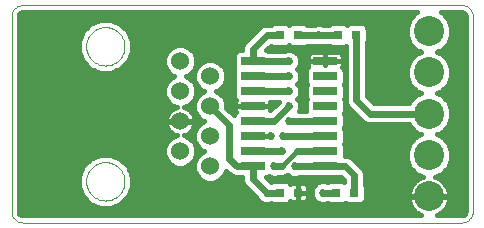
<source format=gtl>
G75*
%MOIN*%
%OFA0B0*%
%FSLAX24Y24*%
%IPPOS*%
%LPD*%
%AMOC8*
5,1,8,0,0,1.08239X$1,22.5*
%
%ADD10C,0.0000*%
%ADD11R,0.0800X0.0260*%
%ADD12C,0.0600*%
%ADD13C,0.1000*%
%ADD14R,0.0300X0.0300*%
%ADD15C,0.0160*%
%ADD16C,0.0220*%
%ADD17C,0.0270*%
%ADD18C,0.0100*%
%ADD19C,0.0180*%
D10*
X000555Y000180D02*
X015180Y000180D01*
X015217Y000182D01*
X015253Y000187D01*
X015289Y000196D01*
X015324Y000209D01*
X015357Y000224D01*
X015388Y000243D01*
X015418Y000265D01*
X015445Y000290D01*
X015470Y000317D01*
X015492Y000347D01*
X015511Y000378D01*
X015526Y000411D01*
X015539Y000446D01*
X015548Y000482D01*
X015553Y000518D01*
X015555Y000555D01*
X015555Y007055D01*
X015553Y007092D01*
X015548Y007128D01*
X015539Y007164D01*
X015526Y007199D01*
X015511Y007232D01*
X015492Y007263D01*
X015470Y007293D01*
X015445Y007320D01*
X015418Y007345D01*
X015388Y007367D01*
X015357Y007386D01*
X015324Y007401D01*
X015289Y007414D01*
X015253Y007423D01*
X015217Y007428D01*
X015180Y007430D01*
X000555Y007430D01*
X000518Y007428D01*
X000482Y007423D01*
X000446Y007414D01*
X000411Y007401D01*
X000378Y007386D01*
X000347Y007367D01*
X000317Y007345D01*
X000290Y007320D01*
X000265Y007293D01*
X000243Y007263D01*
X000224Y007232D01*
X000209Y007199D01*
X000196Y007164D01*
X000187Y007128D01*
X000182Y007092D01*
X000180Y007055D01*
X000180Y000555D01*
X000182Y000518D01*
X000187Y000482D01*
X000196Y000446D01*
X000209Y000411D01*
X000224Y000378D01*
X000243Y000347D01*
X000265Y000317D01*
X000290Y000290D01*
X000317Y000265D01*
X000347Y000243D01*
X000378Y000224D01*
X000411Y000209D01*
X000446Y000196D01*
X000482Y000187D01*
X000518Y000182D01*
X000555Y000180D01*
X002665Y001555D02*
X002667Y001605D01*
X002673Y001655D01*
X002683Y001704D01*
X002696Y001753D01*
X002714Y001800D01*
X002735Y001846D01*
X002759Y001889D01*
X002787Y001931D01*
X002818Y001971D01*
X002852Y002008D01*
X002889Y002042D01*
X002929Y002073D01*
X002971Y002101D01*
X003014Y002125D01*
X003060Y002146D01*
X003107Y002164D01*
X003156Y002177D01*
X003205Y002187D01*
X003255Y002193D01*
X003305Y002195D01*
X003355Y002193D01*
X003405Y002187D01*
X003454Y002177D01*
X003503Y002164D01*
X003550Y002146D01*
X003596Y002125D01*
X003639Y002101D01*
X003681Y002073D01*
X003721Y002042D01*
X003758Y002008D01*
X003792Y001971D01*
X003823Y001931D01*
X003851Y001889D01*
X003875Y001846D01*
X003896Y001800D01*
X003914Y001753D01*
X003927Y001704D01*
X003937Y001655D01*
X003943Y001605D01*
X003945Y001555D01*
X003943Y001505D01*
X003937Y001455D01*
X003927Y001406D01*
X003914Y001357D01*
X003896Y001310D01*
X003875Y001264D01*
X003851Y001221D01*
X003823Y001179D01*
X003792Y001139D01*
X003758Y001102D01*
X003721Y001068D01*
X003681Y001037D01*
X003639Y001009D01*
X003596Y000985D01*
X003550Y000964D01*
X003503Y000946D01*
X003454Y000933D01*
X003405Y000923D01*
X003355Y000917D01*
X003305Y000915D01*
X003255Y000917D01*
X003205Y000923D01*
X003156Y000933D01*
X003107Y000946D01*
X003060Y000964D01*
X003014Y000985D01*
X002971Y001009D01*
X002929Y001037D01*
X002889Y001068D01*
X002852Y001102D01*
X002818Y001139D01*
X002787Y001179D01*
X002759Y001221D01*
X002735Y001264D01*
X002714Y001310D01*
X002696Y001357D01*
X002683Y001406D01*
X002673Y001455D01*
X002667Y001505D01*
X002665Y001555D01*
X002665Y006055D02*
X002667Y006105D01*
X002673Y006155D01*
X002683Y006204D01*
X002696Y006253D01*
X002714Y006300D01*
X002735Y006346D01*
X002759Y006389D01*
X002787Y006431D01*
X002818Y006471D01*
X002852Y006508D01*
X002889Y006542D01*
X002929Y006573D01*
X002971Y006601D01*
X003014Y006625D01*
X003060Y006646D01*
X003107Y006664D01*
X003156Y006677D01*
X003205Y006687D01*
X003255Y006693D01*
X003305Y006695D01*
X003355Y006693D01*
X003405Y006687D01*
X003454Y006677D01*
X003503Y006664D01*
X003550Y006646D01*
X003596Y006625D01*
X003639Y006601D01*
X003681Y006573D01*
X003721Y006542D01*
X003758Y006508D01*
X003792Y006471D01*
X003823Y006431D01*
X003851Y006389D01*
X003875Y006346D01*
X003896Y006300D01*
X003914Y006253D01*
X003927Y006204D01*
X003937Y006155D01*
X003943Y006105D01*
X003945Y006055D01*
X003943Y006005D01*
X003937Y005955D01*
X003927Y005906D01*
X003914Y005857D01*
X003896Y005810D01*
X003875Y005764D01*
X003851Y005721D01*
X003823Y005679D01*
X003792Y005639D01*
X003758Y005602D01*
X003721Y005568D01*
X003681Y005537D01*
X003639Y005509D01*
X003596Y005485D01*
X003550Y005464D01*
X003503Y005446D01*
X003454Y005433D01*
X003405Y005423D01*
X003355Y005417D01*
X003305Y005415D01*
X003255Y005417D01*
X003205Y005423D01*
X003156Y005433D01*
X003107Y005446D01*
X003060Y005464D01*
X003014Y005485D01*
X002971Y005509D01*
X002929Y005537D01*
X002889Y005568D01*
X002852Y005602D01*
X002818Y005639D01*
X002787Y005679D01*
X002759Y005721D01*
X002735Y005764D01*
X002714Y005810D01*
X002696Y005857D01*
X002683Y005906D01*
X002673Y005955D01*
X002667Y006005D01*
X002665Y006055D01*
D11*
X008220Y005555D03*
X008220Y005055D03*
X008220Y004555D03*
X008220Y004055D03*
X008220Y003555D03*
X008220Y003055D03*
X008220Y002555D03*
X008220Y002055D03*
X010640Y002055D03*
X010640Y002555D03*
X010640Y003055D03*
X010640Y003555D03*
X010640Y004055D03*
X010640Y004555D03*
X010640Y005055D03*
X010640Y005555D03*
D12*
X006805Y005055D03*
X005805Y004555D03*
X006805Y004055D03*
X005805Y003555D03*
X006805Y003055D03*
X005805Y002555D03*
X006805Y002055D03*
X005805Y005555D03*
D13*
X014094Y005183D03*
X014094Y006561D03*
X014094Y003805D03*
X014094Y002427D03*
X014094Y001049D03*
D14*
X011605Y001180D03*
X011005Y001180D03*
X009730Y001180D03*
X009130Y001180D03*
X009130Y006430D03*
X009730Y006430D03*
X011068Y006430D03*
X011668Y006430D03*
D15*
X012057Y006362D02*
X013376Y006362D01*
X013354Y006414D02*
X013467Y006142D01*
X013675Y005934D01*
X013824Y005872D01*
X013675Y005810D01*
X013467Y005602D01*
X013354Y005330D01*
X013354Y005036D01*
X013467Y004764D01*
X013675Y004556D01*
X013824Y004494D01*
X013675Y004432D01*
X013467Y004224D01*
X013438Y004155D01*
X012262Y004155D01*
X012017Y004400D01*
X012017Y006141D01*
X012021Y006144D01*
X012057Y006232D01*
X012057Y006628D01*
X012021Y006716D01*
X011953Y006783D01*
X011865Y006820D01*
X011470Y006820D01*
X011382Y006783D01*
X011367Y006769D01*
X011353Y006783D01*
X011265Y006820D01*
X010870Y006820D01*
X010782Y006783D01*
X010778Y006780D01*
X010565Y006780D01*
X010505Y006805D01*
X010355Y006805D01*
X010295Y006780D01*
X010019Y006780D01*
X010016Y006783D01*
X009928Y006820D01*
X009532Y006820D01*
X009444Y006783D01*
X009430Y006769D01*
X009416Y006783D01*
X009328Y006820D01*
X008932Y006820D01*
X008844Y006783D01*
X008841Y006780D01*
X008610Y006780D01*
X008482Y006727D01*
X008383Y006628D01*
X007923Y006168D01*
X007870Y006040D01*
X007870Y005925D01*
X007772Y005925D01*
X007684Y005888D01*
X007617Y005821D01*
X007580Y005733D01*
X007580Y005377D01*
X007610Y005305D01*
X007580Y005233D01*
X007580Y004877D01*
X007610Y004805D01*
X007580Y004733D01*
X007580Y004377D01*
X007617Y004289D01*
X007652Y004254D01*
X007640Y004209D01*
X007640Y004055D01*
X008220Y004055D01*
X008800Y004055D01*
X008800Y004205D01*
X009085Y004205D01*
X008800Y003920D01*
X008800Y004055D01*
X008220Y004055D01*
X008220Y004055D01*
X008220Y004055D01*
X007640Y004055D01*
X007640Y003901D01*
X007652Y003856D01*
X007617Y003821D01*
X007592Y003763D01*
X007345Y004010D01*
X007345Y004162D01*
X007263Y004361D01*
X007111Y004513D01*
X007009Y004555D01*
X007111Y004597D01*
X007263Y004749D01*
X007345Y004948D01*
X007345Y005162D01*
X007263Y005361D01*
X007111Y005513D01*
X006912Y005595D01*
X006698Y005595D01*
X006499Y005513D01*
X006347Y005361D01*
X006265Y005162D01*
X006265Y004948D01*
X006347Y004749D01*
X006499Y004597D01*
X006601Y004555D01*
X006499Y004513D01*
X006347Y004361D01*
X006265Y004162D01*
X006265Y003948D01*
X006347Y003749D01*
X006499Y003597D01*
X006601Y003555D01*
X006499Y003513D01*
X006347Y003361D01*
X006265Y003162D01*
X006265Y002948D01*
X006347Y002749D01*
X006499Y002597D01*
X006601Y002555D01*
X006499Y002513D01*
X006347Y002361D01*
X006265Y002162D01*
X006265Y001948D01*
X006347Y001749D01*
X006499Y001597D01*
X006698Y001515D01*
X006912Y001515D01*
X007111Y001597D01*
X007263Y001749D01*
X007330Y001910D01*
X007482Y001758D01*
X007610Y001705D01*
X007724Y001705D01*
X007772Y001685D01*
X007870Y001685D01*
X007870Y001570D01*
X007923Y001442D01*
X008337Y001028D01*
X008362Y000968D01*
X008468Y000862D01*
X008605Y000805D01*
X008755Y000805D01*
X008815Y000830D01*
X008841Y000830D01*
X008844Y000827D01*
X008932Y000790D01*
X009328Y000790D01*
X009416Y000827D01*
X009473Y000884D01*
X009511Y000862D01*
X009556Y000850D01*
X009730Y000850D01*
X009904Y000850D01*
X009949Y000862D01*
X009991Y000886D01*
X010024Y000919D01*
X010048Y000961D01*
X010060Y001006D01*
X010060Y001180D01*
X010060Y001354D01*
X010048Y001399D01*
X010024Y001441D01*
X009991Y001474D01*
X009949Y001498D01*
X009904Y001510D01*
X009730Y001510D01*
X009730Y001180D01*
X009730Y001180D01*
X010060Y001180D01*
X009730Y001180D01*
X009730Y001180D01*
X009730Y001510D01*
X009556Y001510D01*
X009511Y001498D01*
X009473Y001476D01*
X009416Y001533D01*
X009328Y001570D01*
X008932Y001570D01*
X008844Y001533D01*
X008841Y001530D01*
X008825Y001530D01*
X008669Y001686D01*
X008756Y001721D01*
X008855Y001680D01*
X009005Y001680D01*
X009065Y001705D01*
X009250Y001705D01*
X009378Y001758D01*
X009381Y001761D01*
X009405Y001737D01*
X009543Y001680D01*
X009692Y001680D01*
X009752Y001705D01*
X010144Y001705D01*
X010192Y001685D01*
X011088Y001685D01*
X011136Y001705D01*
X011160Y001705D01*
X011255Y001610D01*
X011255Y001548D01*
X011203Y001570D01*
X010807Y001570D01*
X010719Y001533D01*
X010716Y001530D01*
X010690Y001530D01*
X010630Y001555D01*
X010480Y001555D01*
X010343Y001498D01*
X010237Y001392D01*
X010180Y001255D01*
X010180Y001105D01*
X010237Y000968D01*
X010343Y000862D01*
X010480Y000805D01*
X010630Y000805D01*
X010690Y000830D01*
X010716Y000830D01*
X010719Y000827D01*
X010807Y000790D01*
X011203Y000790D01*
X011291Y000827D01*
X011305Y000841D01*
X011319Y000827D01*
X011407Y000790D01*
X011803Y000790D01*
X011891Y000827D01*
X011958Y000894D01*
X011995Y000982D01*
X011995Y001378D01*
X011958Y001466D01*
X011955Y001469D01*
X011955Y001825D01*
X011902Y001953D01*
X011503Y002352D01*
X011375Y002405D01*
X011280Y002405D01*
X011280Y002733D01*
X011250Y002805D01*
X011280Y002877D01*
X011280Y003233D01*
X011250Y003305D01*
X011280Y003377D01*
X011280Y003733D01*
X011250Y003805D01*
X011280Y003877D01*
X011280Y004233D01*
X011250Y004305D01*
X011280Y004377D01*
X011280Y004733D01*
X011250Y004805D01*
X011280Y004877D01*
X011280Y005233D01*
X011243Y005321D01*
X011208Y005356D01*
X011220Y005401D01*
X011220Y005555D01*
X011220Y005709D01*
X011208Y005754D01*
X011184Y005796D01*
X011151Y005829D01*
X011109Y005853D01*
X011064Y005865D01*
X010640Y005865D01*
X010640Y005555D01*
X010640Y005555D01*
X011220Y005555D01*
X010640Y005555D01*
X010640Y005555D01*
X010640Y005425D01*
X010640Y005425D01*
X010640Y005555D01*
X010640Y005555D01*
X010640Y005555D01*
X010060Y005555D01*
X010060Y005709D01*
X010072Y005754D01*
X010096Y005796D01*
X010129Y005829D01*
X010171Y005853D01*
X010216Y005865D01*
X010640Y005865D01*
X010640Y005555D01*
X010060Y005555D01*
X010060Y005401D01*
X010072Y005356D01*
X010037Y005321D01*
X010000Y005233D01*
X010000Y004877D01*
X010030Y004805D01*
X010000Y004733D01*
X010000Y004377D01*
X010030Y004305D01*
X010000Y004233D01*
X010000Y003905D01*
X009774Y003905D01*
X009805Y003980D01*
X009805Y004130D01*
X009748Y004267D01*
X009710Y004305D01*
X009748Y004343D01*
X009805Y004480D01*
X009805Y004630D01*
X009748Y004767D01*
X009710Y004805D01*
X009748Y004843D01*
X009805Y004980D01*
X009805Y005130D01*
X009748Y005267D01*
X009710Y005305D01*
X009748Y005343D01*
X009805Y005480D01*
X009805Y005630D01*
X009748Y005767D01*
X009642Y005873D01*
X009505Y005930D01*
X009355Y005930D01*
X009295Y005905D01*
X008716Y005905D01*
X008669Y005924D01*
X008825Y006080D01*
X008841Y006080D01*
X008844Y006077D01*
X008932Y006040D01*
X009328Y006040D01*
X009416Y006077D01*
X009430Y006091D01*
X009444Y006077D01*
X009532Y006040D01*
X009928Y006040D01*
X010016Y006077D01*
X010019Y006080D01*
X010295Y006080D01*
X010355Y006055D01*
X010505Y006055D01*
X010565Y006080D01*
X010778Y006080D01*
X010782Y006077D01*
X010870Y006040D01*
X011265Y006040D01*
X011318Y006062D01*
X011318Y004185D01*
X011371Y004057D01*
X011919Y003508D01*
X012048Y003455D01*
X013438Y003455D01*
X013467Y003386D01*
X013675Y003178D01*
X013824Y003116D01*
X013675Y003054D01*
X013467Y002846D01*
X013354Y002574D01*
X013354Y002280D01*
X013467Y002008D01*
X013675Y001800D01*
X013908Y001703D01*
X013875Y001694D01*
X013793Y001660D01*
X013716Y001616D01*
X013645Y001561D01*
X013582Y001498D01*
X013528Y001428D01*
X013483Y001350D01*
X013449Y001268D01*
X013426Y001182D01*
X013414Y001094D01*
X013414Y001068D01*
X014076Y001068D01*
X014076Y001031D01*
X013414Y001031D01*
X013414Y001005D01*
X013426Y000916D01*
X013449Y000830D01*
X013483Y000748D01*
X013528Y000670D01*
X013582Y000600D01*
X013645Y000537D01*
X013716Y000482D01*
X013793Y000438D01*
X013836Y000420D01*
X000555Y000420D01*
X000529Y000423D01*
X000480Y000443D01*
X000443Y000480D01*
X000423Y000529D01*
X000420Y000555D01*
X000420Y007055D01*
X000423Y007081D01*
X000443Y007130D01*
X000480Y007167D01*
X000529Y007187D01*
X000555Y007190D01*
X013679Y007190D01*
X013675Y007188D01*
X013467Y006980D01*
X013354Y006708D01*
X013354Y006414D01*
X013354Y006520D02*
X012057Y006520D01*
X012036Y006679D02*
X013354Y006679D01*
X013408Y006837D02*
X003717Y006837D01*
X003803Y006801D02*
X003480Y006935D01*
X003130Y006935D01*
X002807Y006801D01*
X002559Y006553D01*
X002425Y006230D01*
X002425Y005880D01*
X002559Y005557D01*
X002807Y005309D01*
X003130Y005175D01*
X003480Y005175D01*
X003803Y005309D01*
X004051Y005557D01*
X004185Y005880D01*
X004185Y006230D01*
X004051Y006553D01*
X003803Y006801D01*
X003926Y006679D02*
X008434Y006679D01*
X008275Y006520D02*
X004065Y006520D01*
X004131Y006362D02*
X008117Y006362D01*
X007958Y006203D02*
X004185Y006203D01*
X004185Y006045D02*
X005576Y006045D01*
X005499Y006013D02*
X005698Y006095D01*
X005912Y006095D01*
X006111Y006013D01*
X006263Y005861D01*
X006345Y005662D01*
X006345Y005448D01*
X006263Y005249D01*
X006111Y005097D01*
X006009Y005055D01*
X006111Y005013D01*
X006263Y004861D01*
X006345Y004662D01*
X006345Y004448D01*
X006263Y004249D01*
X006111Y004097D01*
X005926Y004020D01*
X005989Y004000D01*
X006057Y003966D01*
X006118Y003921D01*
X006171Y003868D01*
X006216Y003807D01*
X006250Y003739D01*
X006273Y003667D01*
X006429Y003667D01*
X006273Y003667D02*
X006285Y003593D01*
X006285Y003563D01*
X005813Y003563D01*
X005813Y003547D01*
X006285Y003547D01*
X006285Y003517D01*
X006273Y003443D01*
X006250Y003371D01*
X006216Y003303D01*
X006171Y003242D01*
X006118Y003189D01*
X006057Y003144D01*
X005989Y003110D01*
X005926Y003090D01*
X006111Y003013D01*
X006263Y002861D01*
X006345Y002662D01*
X006345Y002448D01*
X006263Y002249D01*
X006111Y002097D01*
X005912Y002015D01*
X005698Y002015D01*
X005499Y002097D01*
X005347Y002249D01*
X005265Y002448D01*
X005265Y002662D01*
X005347Y002861D01*
X005499Y003013D01*
X005684Y003090D01*
X005621Y003110D01*
X005553Y003144D01*
X005492Y003189D01*
X005439Y003242D01*
X005394Y003303D01*
X005360Y003371D01*
X005337Y003443D01*
X005325Y003517D01*
X005325Y003547D01*
X005797Y003547D01*
X005797Y003563D01*
X005325Y003563D01*
X005325Y003593D01*
X005337Y003667D01*
X000420Y003667D01*
X000420Y003509D02*
X005326Y003509D01*
X005337Y003667D02*
X005360Y003739D01*
X005394Y003807D01*
X005439Y003868D01*
X005492Y003921D01*
X005553Y003966D01*
X005621Y004000D01*
X005684Y004020D01*
X005499Y004097D01*
X005347Y004249D01*
X005265Y004448D01*
X005265Y004662D01*
X005347Y004861D01*
X005499Y005013D01*
X005601Y005055D01*
X005499Y005097D01*
X005347Y005249D01*
X005265Y005448D01*
X005265Y005662D01*
X005347Y005861D01*
X005499Y006013D01*
X005372Y005886D02*
X004185Y005886D01*
X004122Y005728D02*
X005292Y005728D01*
X005265Y005569D02*
X004056Y005569D01*
X003905Y005411D02*
X005280Y005411D01*
X005346Y005252D02*
X003666Y005252D01*
X002944Y005252D02*
X000420Y005252D01*
X000420Y005411D02*
X002705Y005411D01*
X002554Y005569D02*
X000420Y005569D01*
X000420Y005728D02*
X002488Y005728D01*
X002425Y005886D02*
X000420Y005886D01*
X000420Y006045D02*
X002425Y006045D01*
X002425Y006203D02*
X000420Y006203D01*
X000420Y006362D02*
X002479Y006362D01*
X002545Y006520D02*
X000420Y006520D01*
X000420Y006679D02*
X002684Y006679D01*
X002893Y006837D02*
X000420Y006837D01*
X000420Y006996D02*
X013482Y006996D01*
X013641Y007154D02*
X000467Y007154D01*
X000420Y005094D02*
X005508Y005094D01*
X005421Y004935D02*
X000420Y004935D01*
X000420Y004777D02*
X005312Y004777D01*
X005265Y004618D02*
X000420Y004618D01*
X000420Y004460D02*
X005265Y004460D01*
X005326Y004301D02*
X000420Y004301D01*
X000420Y004143D02*
X005454Y004143D01*
X005590Y003984D02*
X000420Y003984D01*
X000420Y003826D02*
X005408Y003826D01*
X006020Y003984D02*
X006265Y003984D01*
X006265Y004143D02*
X006156Y004143D01*
X006284Y004301D02*
X006322Y004301D01*
X006345Y004460D02*
X006446Y004460D01*
X006478Y004618D02*
X006345Y004618D01*
X006336Y004777D02*
X006298Y004777D01*
X006270Y004935D02*
X006189Y004935D01*
X006265Y005094D02*
X006102Y005094D01*
X006264Y005252D02*
X006302Y005252D01*
X006330Y005411D02*
X006397Y005411D01*
X006345Y005569D02*
X006635Y005569D01*
X006975Y005569D02*
X007580Y005569D01*
X007580Y005411D02*
X007213Y005411D01*
X007308Y005252D02*
X007588Y005252D01*
X007580Y005094D02*
X007345Y005094D01*
X007340Y004935D02*
X007580Y004935D01*
X007598Y004777D02*
X007274Y004777D01*
X007132Y004618D02*
X007580Y004618D01*
X007580Y004460D02*
X007164Y004460D01*
X007288Y004301D02*
X007612Y004301D01*
X007640Y004143D02*
X007345Y004143D01*
X007371Y003984D02*
X007640Y003984D01*
X007621Y003826D02*
X007529Y003826D01*
X006495Y003509D02*
X006284Y003509D01*
X006239Y003350D02*
X006343Y003350D01*
X006277Y003192D02*
X006120Y003192D01*
X006062Y003033D02*
X006265Y003033D01*
X006249Y002875D02*
X006295Y002875D01*
X006323Y002716D02*
X006380Y002716D01*
X006345Y002558D02*
X006595Y002558D01*
X006385Y002399D02*
X006325Y002399D01*
X006297Y002241D02*
X006254Y002241D01*
X006265Y002082D02*
X006074Y002082D01*
X006275Y001924D02*
X004105Y001924D01*
X004051Y002053D02*
X003803Y002301D01*
X003480Y002435D01*
X003130Y002435D01*
X002807Y002301D01*
X002559Y002053D01*
X002425Y001730D01*
X002425Y001380D01*
X002559Y001057D01*
X002807Y000809D01*
X003130Y000675D01*
X003480Y000675D01*
X003803Y000809D01*
X004051Y001057D01*
X004185Y001380D01*
X004185Y001730D01*
X004051Y002053D01*
X004023Y002082D02*
X005536Y002082D01*
X005356Y002241D02*
X003864Y002241D01*
X003567Y002399D02*
X005285Y002399D01*
X005265Y002558D02*
X000420Y002558D01*
X000420Y002716D02*
X005287Y002716D01*
X005361Y002875D02*
X000420Y002875D01*
X000420Y003033D02*
X005548Y003033D01*
X005490Y003192D02*
X000420Y003192D01*
X000420Y003350D02*
X005371Y003350D01*
X006202Y003826D02*
X006316Y003826D01*
X008220Y003055D02*
X008836Y003055D01*
X008800Y003984D02*
X008864Y003984D01*
X008800Y004143D02*
X009023Y004143D01*
X009714Y004301D02*
X010028Y004301D01*
X010000Y004143D02*
X009800Y004143D01*
X009805Y003984D02*
X010000Y003984D01*
X010000Y004460D02*
X009796Y004460D01*
X009805Y004618D02*
X010000Y004618D01*
X010018Y004777D02*
X009739Y004777D01*
X009786Y004935D02*
X010000Y004935D01*
X010000Y005094D02*
X009805Y005094D01*
X009754Y005252D02*
X010008Y005252D01*
X010060Y005411D02*
X009776Y005411D01*
X009805Y005569D02*
X010060Y005569D01*
X010065Y005728D02*
X009764Y005728D01*
X009611Y005886D02*
X011318Y005886D01*
X011318Y005728D02*
X011215Y005728D01*
X011220Y005569D02*
X011318Y005569D01*
X011318Y005411D02*
X011220Y005411D01*
X011272Y005252D02*
X011318Y005252D01*
X011318Y005094D02*
X011280Y005094D01*
X011280Y004935D02*
X011318Y004935D01*
X011318Y004777D02*
X011262Y004777D01*
X011280Y004618D02*
X011318Y004618D01*
X011318Y004460D02*
X011280Y004460D01*
X011252Y004301D02*
X011318Y004301D01*
X011335Y004143D02*
X011280Y004143D01*
X011280Y003984D02*
X011444Y003984D01*
X011602Y003826D02*
X011259Y003826D01*
X011280Y003667D02*
X011761Y003667D01*
X011919Y003509D02*
X011280Y003509D01*
X011269Y003350D02*
X013503Y003350D01*
X013661Y003192D02*
X011280Y003192D01*
X011280Y003033D02*
X013654Y003033D01*
X013495Y002875D02*
X011279Y002875D01*
X011280Y002716D02*
X013413Y002716D01*
X013354Y002558D02*
X011280Y002558D01*
X011389Y002399D02*
X013354Y002399D01*
X013371Y002241D02*
X011614Y002241D01*
X011773Y002082D02*
X013436Y002082D01*
X013551Y001924D02*
X011914Y001924D01*
X011955Y001765D02*
X013759Y001765D01*
X013704Y001607D02*
X011955Y001607D01*
X011966Y001448D02*
X013543Y001448D01*
X013458Y001290D02*
X011995Y001290D01*
X011995Y001131D02*
X013419Y001131D01*
X013419Y000973D02*
X011991Y000973D01*
X011861Y000814D02*
X013456Y000814D01*
X013539Y000656D02*
X000420Y000656D01*
X000420Y000814D02*
X002801Y000814D01*
X002643Y000973D02*
X000420Y000973D01*
X000420Y001131D02*
X002528Y001131D01*
X002462Y001290D02*
X000420Y001290D01*
X000420Y001448D02*
X002425Y001448D01*
X002425Y001607D02*
X000420Y001607D01*
X000420Y001765D02*
X002439Y001765D01*
X002505Y001924D02*
X000420Y001924D01*
X000420Y002082D02*
X002587Y002082D01*
X002746Y002241D02*
X000420Y002241D01*
X000420Y002399D02*
X003043Y002399D01*
X004171Y001765D02*
X006341Y001765D01*
X006490Y001607D02*
X004185Y001607D01*
X004185Y001448D02*
X007921Y001448D01*
X007870Y001607D02*
X007120Y001607D01*
X007269Y001765D02*
X007475Y001765D01*
X008076Y001290D02*
X004148Y001290D01*
X004082Y001131D02*
X008234Y001131D01*
X008360Y000973D02*
X003967Y000973D01*
X003809Y000814D02*
X008584Y000814D01*
X008776Y000814D02*
X008874Y000814D01*
X009386Y000814D02*
X010459Y000814D01*
X010651Y000814D02*
X010749Y000814D01*
X011261Y000814D02*
X011349Y000814D01*
X010235Y000973D02*
X010051Y000973D01*
X010060Y001131D02*
X010180Y001131D01*
X010194Y001290D02*
X010060Y001290D01*
X009730Y001290D02*
X009730Y001290D01*
X009730Y001180D02*
X009730Y000850D01*
X009730Y001180D01*
X009730Y001180D01*
X009730Y001131D02*
X009730Y001131D01*
X009730Y000973D02*
X009730Y000973D01*
X009730Y001448D02*
X009730Y001448D01*
X010017Y001448D02*
X010293Y001448D01*
X011255Y001607D02*
X008748Y001607D01*
X013697Y000497D02*
X000436Y000497D01*
X010640Y005569D02*
X010640Y005569D01*
X010640Y005728D02*
X010640Y005728D01*
X010859Y006045D02*
X009939Y006045D01*
X009521Y006045D02*
X009339Y006045D01*
X008921Y006045D02*
X008789Y006045D01*
X007872Y006045D02*
X006034Y006045D01*
X006238Y005886D02*
X007682Y005886D01*
X007580Y005728D02*
X006318Y005728D01*
X011276Y006045D02*
X011318Y006045D01*
X012017Y006045D02*
X013564Y006045D01*
X013442Y006203D02*
X012045Y006203D01*
X012017Y005886D02*
X013790Y005886D01*
X013592Y005728D02*
X012017Y005728D01*
X012017Y005569D02*
X013453Y005569D01*
X013388Y005411D02*
X012017Y005411D01*
X012017Y005252D02*
X013354Y005252D01*
X013354Y005094D02*
X012017Y005094D01*
X012017Y004935D02*
X013396Y004935D01*
X013462Y004777D02*
X012017Y004777D01*
X012017Y004618D02*
X013613Y004618D01*
X013741Y004460D02*
X012017Y004460D01*
X012116Y004301D02*
X013544Y004301D01*
X014365Y004494D02*
X014514Y004556D01*
X014722Y004764D01*
X014834Y005036D01*
X014834Y005330D01*
X014722Y005602D01*
X014514Y005810D01*
X014365Y005872D01*
X014514Y005934D01*
X014722Y006142D01*
X014834Y006414D01*
X014834Y006708D01*
X014722Y006980D01*
X014514Y007188D01*
X014509Y007190D01*
X015132Y007190D01*
X015180Y007190D01*
X015206Y007187D01*
X015255Y007167D01*
X015292Y007130D01*
X015312Y007081D01*
X015315Y007055D01*
X015315Y000555D01*
X015312Y000529D01*
X015292Y000480D01*
X015255Y000443D01*
X015206Y000423D01*
X015180Y000420D01*
X014353Y000420D01*
X014396Y000438D01*
X014473Y000482D01*
X014544Y000537D01*
X014607Y000600D01*
X014661Y000670D01*
X014706Y000748D01*
X014740Y000830D01*
X014763Y000916D01*
X014774Y001005D01*
X014774Y001031D01*
X014113Y001031D01*
X014113Y001068D01*
X014774Y001068D01*
X014774Y001094D01*
X014763Y001182D01*
X014740Y001268D01*
X014706Y001350D01*
X014661Y001428D01*
X014607Y001498D01*
X014544Y001561D01*
X014473Y001616D01*
X014396Y001660D01*
X014313Y001694D01*
X014281Y001703D01*
X014514Y001800D01*
X014722Y002008D01*
X014834Y002280D01*
X014834Y002574D01*
X014722Y002846D01*
X014514Y003054D01*
X014365Y003116D01*
X014514Y003178D01*
X014722Y003386D01*
X014834Y003658D01*
X014834Y003952D01*
X014722Y004224D01*
X014514Y004432D01*
X014365Y004494D01*
X014448Y004460D02*
X015315Y004460D01*
X015315Y004618D02*
X014576Y004618D01*
X014727Y004777D02*
X015315Y004777D01*
X015315Y004935D02*
X014793Y004935D01*
X014834Y005094D02*
X015315Y005094D01*
X015315Y005252D02*
X014834Y005252D01*
X014801Y005411D02*
X015315Y005411D01*
X015315Y005569D02*
X014735Y005569D01*
X014596Y005728D02*
X015315Y005728D01*
X015315Y005886D02*
X014399Y005886D01*
X014624Y006045D02*
X015315Y006045D01*
X015315Y006203D02*
X014747Y006203D01*
X014813Y006362D02*
X015315Y006362D01*
X015315Y006520D02*
X014834Y006520D01*
X014834Y006679D02*
X015315Y006679D01*
X015315Y006837D02*
X014781Y006837D01*
X014706Y006996D02*
X015315Y006996D01*
X015268Y007154D02*
X014548Y007154D01*
X014645Y004301D02*
X015315Y004301D01*
X015315Y004143D02*
X014756Y004143D01*
X014821Y003984D02*
X015315Y003984D01*
X015315Y003826D02*
X014834Y003826D01*
X014834Y003667D02*
X015315Y003667D01*
X015315Y003509D02*
X014773Y003509D01*
X014686Y003350D02*
X015315Y003350D01*
X015315Y003192D02*
X014527Y003192D01*
X014535Y003033D02*
X015315Y003033D01*
X015315Y002875D02*
X014693Y002875D01*
X014776Y002716D02*
X015315Y002716D01*
X015315Y002558D02*
X014834Y002558D01*
X014834Y002399D02*
X015315Y002399D01*
X015315Y002241D02*
X014818Y002241D01*
X014752Y002082D02*
X015315Y002082D01*
X015315Y001924D02*
X014637Y001924D01*
X014430Y001765D02*
X015315Y001765D01*
X015315Y001607D02*
X014485Y001607D01*
X014645Y001448D02*
X015315Y001448D01*
X015315Y001290D02*
X014731Y001290D01*
X014769Y001131D02*
X015315Y001131D01*
X015315Y000973D02*
X014770Y000973D01*
X014733Y000814D02*
X015315Y000814D01*
X015315Y000656D02*
X014649Y000656D01*
X014492Y000497D02*
X015299Y000497D01*
D16*
X011605Y001180D02*
X011605Y001755D01*
X011305Y002055D01*
X010640Y002055D01*
X009618Y002055D01*
X009180Y002055D02*
X008930Y002055D01*
X008220Y002055D02*
X008220Y001640D01*
X008680Y001180D01*
X009130Y001180D01*
X010555Y001180D02*
X011005Y001180D01*
X008220Y002055D02*
X007680Y002055D01*
X007430Y002305D01*
X007430Y003430D01*
X006805Y004055D01*
X008220Y003555D02*
X008930Y003555D01*
X009430Y004055D01*
X009430Y004555D02*
X008220Y004555D01*
X008220Y005055D02*
X009430Y005055D01*
X009430Y005555D02*
X008220Y005555D01*
X008220Y005970D01*
X008680Y006430D01*
X009130Y006430D01*
X009730Y006430D02*
X010430Y006430D01*
X011068Y006430D01*
X011668Y006430D02*
X011668Y004255D01*
X012118Y003805D01*
X014094Y003805D01*
X010640Y003555D02*
X009430Y003555D01*
X009243Y003055D02*
X010640Y003055D01*
X010640Y002555D02*
X009680Y002555D01*
X009180Y002555D02*
X008220Y002555D01*
D17*
X008930Y002055D03*
X009618Y002055D03*
X009180Y002555D03*
X009243Y003055D03*
X008836Y003055D03*
X009430Y003555D03*
X009430Y004055D03*
X009430Y004555D03*
X009430Y005055D03*
X009430Y005555D03*
X010430Y006430D03*
X010555Y001180D03*
X008680Y001180D03*
D18*
X008305Y002055D02*
X008220Y002055D01*
D19*
X009180Y002055D02*
X009680Y002555D01*
M02*

</source>
